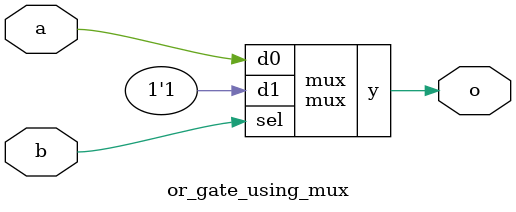
<source format=sv>

module mux
(
  input  d0, d1,
  input  sel,
  output y
);

  assign y = sel ? d1 : d0;

endmodule

//----------------------------------------------------------------------------
// Task
//----------------------------------------------------------------------------

module or_gate_using_mux
(
    input  a,
    input  b,
    output o
);

  // Task:

  // Implement or gate using instance(s) of mux,
  // constants 0 and 1, and wire connections

  mux mux (
    .d0(a), .d1(1'b1),
    .sel(b), .y(o)
  );

endmodule

</source>
